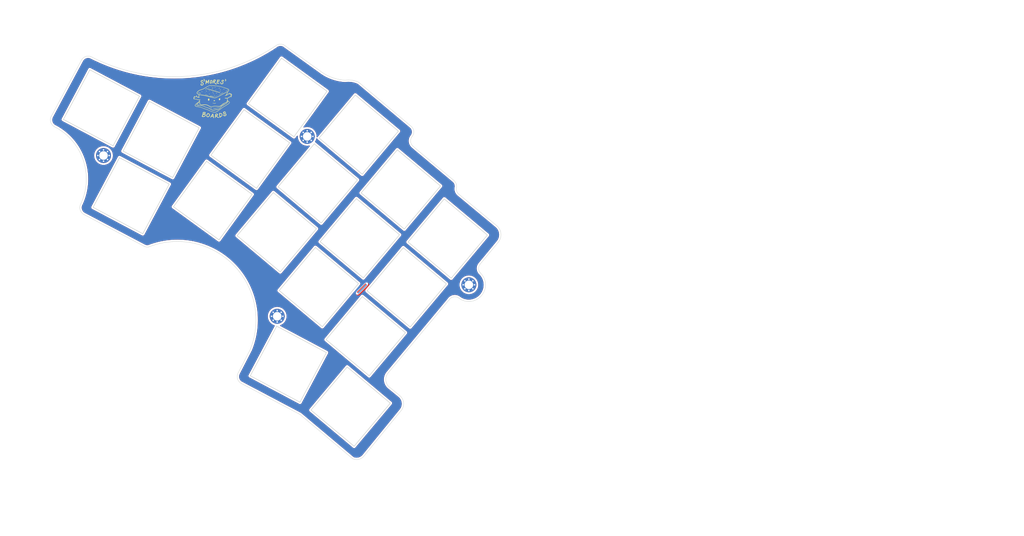
<source format=kicad_pcb>
(kicad_pcb (version 20211014) (generator pcbnew)
  (layers (0 "F.Cu" signal) (31 "B.Cu" signal) (34 "B.Paste" user) (35 "F.Paste" user) (36 "B.SilkS" user "B.Silkscreen") (37 "F.SilkS" user "F.Silkscreen") (38 "B.Mask" user) (39 "F.Mask" user) (44 "Edge.Cuts" user))
  (net 0 "")
  (net 1 "gnd")
  (footprint "footprints:switch-cutout" (layer "F.Cu") (at 46.964778 63.229115 -28)
    (fp_text reference "SW21" hide)
    (fp_text value "SW_Push" hide)
    (fp_line (start -7.5 7.5) (end -7.5 -7.5) (layer "Edge.Cuts") (width 0.15))
    (fp_line (start 7.5 7.5) (end -7.5 7.5) (layer "Edge.Cuts") (width 0.15))
    (fp_line (start -7.5 -7.5) (end 7.5 -7.5) (layer "Edge.Cuts") (width 0.15))
    (fp_line (start 7.5 -7.5) (end 7.5 7.5) (layer "Edge.Cuts") (width 0.15))
  )
  (footprint "footprints:switch-cutout" (layer "F.Cu") (at 39.052737 39.768519 -28)
    (fp_text reference "SW1" hide)
    (fp_text value "SW_Push" hide)
    (fp_line (start 7.5 7.5) (end -7.5 7.5) (layer "Edge.Cuts") (width 0.15))
    (fp_line (start -7.5 7.5) (end -7.5 -7.5) (layer "Edge.Cuts") (width 0.15))
    (fp_line (start 7.5 -7.5) (end 7.5 7.5) (layer "Edge.Cuts") (width 0.15))
    (fp_line (start -7.5 -7.5) (end 7.5 -7.5) (layer "Edge.Cuts") (width 0.15))
  )
  (footprint "footprints:m2-hole" (layer "F.Cu") (at 85.9 95.4)
    (fp_text reference "Ref**" hide)
    (fp_text value "Val**" hide)
    (pad "1" thru_hole circle (at 0 -1.5) (size 0.5 0.5) (drill 0.4) (layers *.Cu *.Mask))
    (pad "1" thru_hole circle (at -1.06 -1.06) (size 0.5 0.5) (drill 0.4) (layers *.Cu *.Mask))
    (pad "1" thru_hole circle (at 0 1.5) (size 0.5 0.5) (drill 0.4) (layers *.Cu *.Mask))
    (pad "1" thru_hole circle (at -1.06 1.06) (size 0.5 0.5) (drill 0.4) (layers *.Cu *.Mask))
    (pad "1" thru_hole circle (at -1.5 0) (size 0.5 0.5) (drill 0.4) (layers *.Cu *.Mask))
    (pad "1" thru_hole circle (at 1.5 0) (size 0.5 0.5) (drill 0.4) (layers *.Cu *.Mask))
    (pad "1" thru_hole circle (at 1.06 1.06) (size 0.5 0.5) (drill 0.4) (layers *.Cu *.Mask))
    (pad "1" thru_hole circle (at 0 0) (size 4 4) (drill 2.3) (layers *.Cu *.Mask))
    (pad "1" thru_hole circle (at 1.06 -1.06) (size 0.5 0.5) (drill 0.4) (layers *.Cu *.Mask))
  )
  (footprint "footprints:switch-cutout" (layer "F.Cu") (at 105.479046 119.508156 -40)
    (fp_text reference "SW32" hide)
    (fp_text value "SW_Push" hide)
    (fp_line (start -7.5 -7.5) (end 7.5 -7.5) (layer "Edge.Cuts") (width 0.15))
    (fp_line (start 7.5 7.5) (end -7.5 7.5) (layer "Edge.Cuts") (width 0.15))
    (fp_line (start -7.5 7.5) (end -7.5 -7.5) (layer "Edge.Cuts") (width 0.15))
    (fp_line (start 7.5 -7.5) (end 7.5 7.5) (layer "Edge.Cuts") (width 0.15))
  )
  (footprint "footprints:switch-cutout" (layer "F.Cu") (at 120.439424 87.677556 -40)
    (fp_text reference "SW15" hide)
    (fp_text value "SW_Push" hide)
    (fp_line (start 7.5 -7.5) (end 7.5 7.5) (layer "Edge.Cuts") (width 0.15))
    (fp_line (start 7.5 7.5) (end -7.5 7.5) (layer "Edge.Cuts") (width 0.15))
    (fp_line (start -7.5 7.5) (end -7.5 -7.5) (layer "Edge.Cuts") (width 0.15))
    (fp_line (start -7.5 -7.5) (end 7.5 -7.5) (layer "Edge.Cuts") (width 0.15))
  )
  (footprint "footprints:switch-cutout" (layer "F.Cu") (at 54.945794 48.219005 -28)
    (fp_text reference "SW11" hide)
    (fp_text value "SW_Push" hide)
    (fp_line (start -7.5 -7.5) (end 7.5 -7.5) (layer "Edge.Cuts") (width 0.15))
    (fp_line (start 7.5 -7.5) (end 7.5 7.5) (layer "Edge.Cuts") (width 0.15))
    (fp_line (start -7.5 7.5) (end -7.5 -7.5) (layer "Edge.Cuts") (width 0.15))
    (fp_line (start 7.5 7.5) (end -7.5 7.5) (layer "Edge.Cuts") (width 0.15))
  )
  (footprint "footprints:m2-hole" (layer "F.Cu") (at 137 87)
    (fp_text reference "Ref**" hide)
    (fp_text value "Val**" hide)
    (pad "1" thru_hole circle (at 1.06 -1.06) (size 0.5 0.5) (drill 0.4) (layers *.Cu *.Mask))
    (pad "1" thru_hole circle (at -1.5 0) (size 0.5 0.5) (drill 0.4) (layers *.Cu *.Mask))
    (pad "1" thru_hole circle (at 1.5 0) (size 0.5 0.5) (drill 0.4) (layers *.Cu *.Mask))
    (pad "1" thru_hole circle (at 0 1.5) (size 0.5 0.5) (drill 0.4) (layers *.Cu *.Mask))
    (pad "1" thru_hole circle (at -1.06 1.06) (size 0.5 0.5) (drill 0.4) (layers *.Cu *.Mask))
    (pad "1" thru_hole circle (at 0 0) (size 4 4) (drill 2.3) (layers *.Cu *.Mask))
    (pad "1" thru_hole circle (at 0 -1.5) (size 0.5 0.5) (drill 0.4) (layers *.Cu *.Mask))
    (pad "1" thru_hole circle (at 1.06 1.06) (size 0.5 0.5) (drill 0.4) (layers *.Cu *.Mask))
    (pad "1" thru_hole circle (at -1.06 -1.06) (size 0.5 0.5) (drill 0.4) (layers *.Cu *.Mask))
  )
  (footprint "footprints:switch-cutout" (layer "F.Cu") (at 78.719144 50.766031 -36)
    (fp_text reference "SW12" hide)
    (fp_text value "SW_Push" hide)
    (fp_line (start -7.5 -7.5) (end 7.5 -7.5) (layer "Edge.Cuts") (width 0.15))
    (fp_line (start 7.5 -7.5) (end 7.5 7.5) (layer "Edge.Cuts") (width 0.15))
    (fp_line (start -7.5 7.5) (end -7.5 -7.5) (layer "Edge.Cuts") (width 0.15))
    (fp_line (start 7.5 7.5) (end -7.5 7.5) (layer "Edge.Cuts") (width 0.15))
  )
  (footprint "footprints:switch-cutout" (layer "F.Cu") (at 85.791161 72.963691 -40)
    (fp_text reference "SW23" hide)
    (fp_text value "SW_Push" hide)
    (fp_line (start -7.5 -7.5) (end 7.5 -7.5) (layer "Edge.Cuts") (width 0.15))
    (fp_line (start 7.5 -7.5) (end 7.5 7.5) (layer "Edge.Cuts") (width 0.15))
    (fp_line (start 7.5 7.5) (end -7.5 7.5) (layer "Edge.Cuts") (width 0.15))
    (fp_line (start -7.5 7.5) (end -7.5 -7.5) (layer "Edge.Cuts") (width 0.15))
  )
  (footprint "footprints:switch-cutout" (layer "F.Cu") (at 109.512035 100.700312 -40)
    (fp_text reference "SW25" hide)
    (fp_text value "SW_Push" hide)
    (fp_line (start 7.5 -7.5) (end 7.5 7.5) (layer "Edge.Cuts") (width 0.15))
    (fp_line (start -7.5 7.5) (end -7.5 -7.5) (layer "Edge.Cuts") (width 0.15))
    (fp_line (start 7.5 7.5) (end -7.5 7.5) (layer "Edge.Cuts") (width 0.15))
    (fp_line (start -7.5 -7.5) (end 7.5 -7.5) (layer "Edge.Cuts") (width 0.15))
  )
  (footprint "footprints:switch-cutout" (layer "F.Cu") (at 68.726794 64.51932 -36)
    (fp_text reference "SW22" hide)
    (fp_text value "SW_Push" hide)
    (fp_line (start -7.5 -7.5) (end 7.5 -7.5) (layer "Edge.Cuts") (width 0.15))
    (fp_line (start -7.5 7.5) (end -7.5 -7.5) (layer "Edge.Cuts") (width 0.15))
    (fp_line (start 7.5 7.5) (end -7.5 7.5) (layer "Edge.Cuts") (width 0.15))
    (fp_line (start 7.5 -7.5) (end 7.5 7.5) (layer "Edge.Cuts") (width 0.15))
  )
  (footprint "footprints:switch-cutout" (layer "F.Cu") (at 131.366814 74.654801 -40)
    (fp_text reference "SW5" hide)
    (fp_text value "SW_Push" hide)
    (fp_line (start 7.5 7.5) (end -7.5 7.5) (layer "Edge.Cuts") (width 0.15))
    (fp_line (start -7.5 7.5) (end -7.5 -7.5) (layer "Edge.Cuts") (width 0.15))
    (fp_line (start 7.5 -7.5) (end 7.5 7.5) (layer "Edge.Cuts") (width 0.15))
    (fp_line (start -7.5 -7.5) (end 7.5 -7.5) (layer "Edge.Cuts") (width 0.15))
  )
  (footprint "footprints:m2-hole" (layer "F.Cu") (at 93.9 47.4)
    (fp_text reference "Ref**" hide)
    (fp_text value "Val**" hide)
    (pad "1" thru_hole circle (at 1.06 1.06) (size 0.5 0.5) (drill 0.4) (layers *.Cu *.Mask))
    (pad "1" thru_hole circle (at -1.5 0) (size 0.5 0.5) (drill 0.4) (layers *.Cu *.Mask))
    (pad "1" thru_hole circle (at 1.5 0) (size 0.5 0.5) (drill 0.4) (layers *.Cu *.Mask))
    (pad "1" thru_hole circle (at 1.06 -1.06) (size 0.5 0.5) (drill 0.4) (layers *.Cu *.Mask))
    (pad "1" thru_hole circle (at -1.06 1.06) (size 0.5 0.5) (drill 0.4) (layers *.Cu *.Mask))
    (pad "1" thru_hole circle (at 0 -1.5) (size 0.5 0.5) (drill 0.4) (layers *.Cu *.Mask))
    (pad "1" thru_hole circle (at 0 0) (size 4 4) (drill 2.3) (layers *.Cu *.Mask))
    (pad "1" thru_hole circle (at -1.06 -1.06) (size 0.5 0.5) (drill 0.4) (layers *.Cu *.Mask))
    (pad "1" thru_hole circle (at 0 1.5) (size 0.5 0.5) (drill 0.4) (layers *.Cu *.Mask))
  )
  (footprint "art:smores" (layer "F.Cu") (at 68.5 37.7)
    (fp_text reference "G***" hide)
    (fp_text value "LOGO" hide)
  )
  (footprint "footprints:switch-cutout" (layer "F.Cu") (at 88.711492 37.012742 -36)
    (fp_text reference "SW2" hide)
    (fp_text value "SW_Push" hide)
    (fp_line (start 7.5 -7.5) (end 7.5 7.5) (layer "Edge.Cuts") (width 0.15))
    (fp_line (start -7.5 -7.5) (end 7.5 -7.5) (layer "Edge.Cuts") (width 0.15))
    (fp_line (start 7.5 7.5) (end -7.5 7.5) (layer "Edge.Cuts") (width 0.15))
    (fp_line (start -7.5 7.5) (end -7.5 -7.5) (layer "Edge.Cuts") (width 0.15))
  )
  (footprint "footprints:switch-cutout" (layer "F.Cu") (at 88.872581 108.184492 -28)
    (fp_text reference "SW31" hide)
    (fp_text value "SW_Push" hide)
    (fp_line (start -7.5 -7.5) (end 7.5 -7.5) (layer "Edge.Cuts") (width 0.15))
    (fp_line (start 7.5 -7.5) (end 7.5 7.5) (layer "Edge.Cuts") (width 0.15))
    (fp_line (start 7.5 7.5) (end -7.5 7.5) (layer "Edge.Cuts") (width 0.15))
    (fp_line (start -7.5 7.5) (end -7.5 -7.5) (layer "Edge.Cuts") (width 0.15))
  )
  (footprint "footprints:switch-cutout" (layer "F.Cu") (at 107.9362 74.57529 -40)
    (fp_text reference "SW14" hide)
    (fp_text value "SW_Push" hide)
    (fp_line (start 7.5 7.5) (end -7.5 7.5) (layer "Edge.Cuts") (width 0.15))
    (fp_line (start -7.5 -7.5) (end 7.5 -7.5) (layer "Edge.Cuts") (width 0.15))
    (fp_line (start -7.5 7.5) (end -7.5 -7.5) (layer "Edge.Cuts") (width 0.15))
    (fp_line (start 7.5 -7.5) (end 7.5 7.5) (layer "Edge.Cuts") (width 0.15))
  )
  (footprint "footprints:switch-cutout" (layer "F.Cu") (at 107.645939 46.91818 -40)
    (fp_text reference "SW3" hide)
    (fp_text value "SW_Push" hide)
    (fp_line (start -7.5 7.5) (end -7.5 -7.5) (layer "Edge.Cuts") (width 0.15))
    (fp_line (start 7.5 7.5) (end -7.5 7.5) (layer "Edge.Cuts") (width 0.15))
    (fp_line (start -7.5 -7.5) (end 7.5 -7.5) (layer "Edge.Cuts") (width 0.15))
    (fp_line (start 7.5 -7.5) (end 7.5 7.5) (layer "Edge.Cuts") (width 0.15))
  )
  (footprint "footprints:switch-cutout" (layer "F.Cu") (at 96.71855 59.940936 -40)
    (fp_text reference "SW13" hide)
    (fp_text value "SW_Push" hide)
    (fp_line (start 7.5 7.5) (end -7.5 7.5) (layer "Edge.Cuts") (width 0.15))
    (fp_line (start -7.5 -7.5) (end 7.5 -7.5) (layer "Edge.Cuts") (width 0.15))
    (fp_line (start 7.5 -7.5) (end 7.5 7.5) (layer "Edge.Cuts") (width 0.15))
    (fp_line (start -7.5 7.5) (end -7.5 -7.5) (layer "Edge.Cuts") (width 0.15))
  )
  (footprint "footprints:m2-hole" (layer "F.Cu") (at 39.6 52.5)
    (fp_text reference "Ref**" hide)
    (fp_text value "Val**" hide)
    (pad "1" thru_hole circle (at -1.5 0) (size 0.5 0.5) (drill 0.4) (layers *.Cu *.Mask))
    (pad "1" thru_hole circle (at -1.06 1.06) (size 0.5 0.5) (drill 0.4) (layers *.Cu *.Mask))
    (pad "1" thru_hole circle (at 0 0) (size 4 4) (drill 2.3) (layers *.Cu *.Mask))
    (pad "1" thru_hole circle (at 1.06 -1.06) (size 0.5 0.5) (drill 0.4) (layers *.Cu *.Mask))
    (pad "1" thru_hole circle (at 0 1.5) (size 0.5 0.5) (drill 0.4) (layers *.Cu *.Mask))
    (pad "1" thru_hole circle (at 0 -1.5) (size 0.5 0.5) (drill 0.4) (layers *.Cu *.Mask))
    (pad "1" thru_hole circle (at 1.5 0) (size 0.5 0.5) (drill 0.4) (layers *.Cu *.Mask))
    (pad "1" thru_hole circle (at 1.06 1.06) (size 0.5 0.5) (drill 0.4) (layers *.Cu *.Mask))
    (pad "1" thru_hole circle (at -1.06 -1.06) (size 0.5 0.5) (drill 0.4) (layers *.Cu *.Mask))
  )
  (footprint "footprints:switch-cutout" (layer "F.Cu") (at 118.863589 61.552535 -40)
    (fp_text reference "SW4" hide)
    (fp_text value "SW_Push" hide)
    (fp_line (start -7.5 7.5) (end -7.5 -7.5) (layer "Edge.Cuts") (width 0.15))
    (fp_line (start -7.5 -7.5) (end 7.5 -7.5) (layer "Edge.Cuts") (width 0.15))
    (fp_line (start 7.5 -7.5) (end 7.5 7.5) (layer "Edge.Cuts") (width 0.15))
    (fp_line (start 7.5 7.5) (end -7.5 7.5) (layer "Edge.Cuts") (width 0.15))
  )
  (footprint "footprints:switch-cutout" (layer "F.Cu") (at 97.00881 87.598046 -40)
    (fp_text reference "SW24" hide)
    (fp_text value "SW_Push" hide)
    (fp_line (start -7.5 -7.5) (end 7.5 -7.5) (layer "Edge.Cuts") (width 0.15))
    (fp_line (start -7.5 7.5) (end -7.5 -7.5) (layer "Edge.Cuts") (width 0.15))
    (fp_line (start 7.5 7.5) (end -7.5 7.5) (layer "Edge.Cuts") (width 0.15))
    (fp_line (start 7.5 -7.5) (end 7.5 7.5) (layer "Edge.Cuts") (width 0.15))
  )
  (gr_arc (start 85.4 23.3) (mid 61.180688 31.389227) (end 36.2 26.100001) (layer "Edge.Cuts") (width 0.1))
  (gr_arc (start 85.4 23.3) (mid 86.504141 22.798474) (end 87.7 23) (layer "Edge.Cuts") (width 0.1))
  (gr_line (start 106 133.4) (end 92.1 121.7) (layer "Edge.Cuts") (width 0.1))
  (gr_arc (start 118.5 116.5) (mid 119.578427 118.396447) (end 119 120.5) (layer "Edge.Cuts") (width 0.1))
  (gr_line (start 91.8 121.5) (end 76.379131 113.341738) (layer "Edge.Cuts") (width 0.1))
  (gr_arc (start 76.379131 113.341738) (mid 75.332858 112.108563) (end 75.5 110.5) (layer "Edge.Cuts") (width 0.1))
  (gr_line (start 50.4 76.7) (end 34.33044 68.218252) (layer "Edge.Cuts") (width 0.1))
  (gr_line (start 109 132.75) (end 119 120.5) (layer "Edge.Cuts") (width 0.1))
  (gr_arc (start 104 32.4) (mid 100.866081 31.801756) (end 98 30.399999) (layer "Edge.Cuts") (width 0.1))
  (gr_arc (start 115.75 114.25) (mid 114.847191 112.40823) (end 115.524669 110.472202) (layer "Edge.Cuts") (width 0.1))
  (gr_line (start 25.7 42) (end 33.747646 26.985479) (layer "Edge.Cuts") (width 0.1))
  (gr_line (start 75.5 110.5) (end 78.7 104.3) (layer "Edge.Cuts") (width 0.1))
  (gr_arc (start 140 83.75) (mid 139.586081 82.625) (end 140 81.5) (layer "Edge.Cuts") (width 0.1))
  (gr_arc (start 134.375749 62.861527) (mid 133.766757 62.029181) (end 133.7 61) (layer "Edge.Cuts") (width 0.1))
  (gr_arc (start 132.975295 59.130407) (mid 133.585665 59.969065) (end 133.7 61) (layer "Edge.Cuts") (width 0.1))
  (gr_arc (start 122.108942 50.007614) (mid 121.461983 48.747276) (end 121.900001 47.400001) (layer "Edge.Cuts") (width 0.1))
  (gr_arc (start 26.513983 44.807698) (mid 34.15735 53.63599) (end 33.6 65.3) (layer "Edge.Cuts") (width 0.1))
  (gr_arc (start 131.750001 91) (mid 133.037872 90.207236) (end 134.478311 90.667912) (layer "Edge.Cuts") (width 0.1))
  (gr_line (start 98 30.399999) (end 87.7 23) (layer "Edge.Cuts") (width 0.1))
  (gr_arc (start 104 32.4) (mid 105.895781 32.41768) (end 107.7 33.000001) (layer "Edge.Cuts") (width 0.1))
  (gr_arc (start 33.747646 26.985479) (mid 34.812334 26.095505) (end 36.2 26.100001) (layer "Edge.Cuts") (width 0.1))
  (gr_line (start 118.5 116.5) (end 115.75 114.25) (layer "Edge.Cuts") (width 0.1))
  (gr_line (start 115.524669 110.472202) (end 131.750001 91) (layer "Edge.Cuts") (width 0.1))
  (gr_arc (start 121.527881 44.621296) (mid 122.282304 45.934534) (end 121.9 47.4) (layer "Edge.Cuts") (width 0.1))
  (gr_arc (start 51.676556 76.876918) (mid 74.216907 81.691405) (end 78.7 104.3) (layer "Edge.Cuts") (width 0.1))
  (gr_arc (start 144.4 71.2) (mid 145.548892 73.400085) (end 144.75 75.75) (layer "Edge.Cuts") (width 0.1))
  (gr_arc (start 51.676556 76.876918) (mid 51.02373 76.893419) (end 50.4 76.7) (layer "Edge.Cuts") (width 0.1))
  (gr_arc (start 109 132.75) (mid 107.607483 133.571078) (end 106 133.4) (layer "Edge.Cuts") (width 0.1))
  (gr_line (start 144.4 71.2) (end 134.375749 62.861527) (layer "Edge.Cuts") (width 0.1))
  (gr_line (start 140 81.5) (end 144.75 75.75) (layer "Edge.Cuts") (width 0.1))
  (gr_arc (start 140 83.75) (mid 140.459045 89.778984) (end 134.478311 90.667912) (layer "Edge.Cuts") (width 0.1))
  (gr_arc (start 34.33044 68.218252) (mid 33.353587 66.912205) (end 33.6 65.3) (layer "Edge.Cuts") (width 0.1))
  (gr_line (start 122.9 50.7) (end 132.975295 59.130407) (layer "Edge.Cuts") (width 0.1))
  (gr_arc (start 91.8 121.5) (mid 91.954339 121.593491) (end 92.1 121.7) (layer "Edge.Cuts") (width 0.1))
  (gr_line (start 107.7 33) (end 121.527881 44.621296) (layer "Edge.Cuts") (width 0.1))
  (gr_arc (start 26.513983 44.807698) (mid 25.522268 43.573353) (end 25.7 42) (layer "Edge.Cuts") (width 0.1))
  (gr_line (start 122.9 50.7) (end 122.108942 50.007614) (layer "Edge.Cuts") (width 0.1))
  (segment (start 109.5 86.75) (end 107.25 89) (width 0.25) (layer "F.Cu") (net 0))
  (segment (start 107.5 89.25) (end 109.75 87) (width 0.25) (layer "B.Cu") (net 0))
  (zone (net 1) (net_name "gnd") (layer "F.Cu") (connect_pads (clearance 0.508)) (min_thickness 0.254) (fill yes (thermal_gap 0.508) (thermal_bridge_width 0.508) (island_removal_mode 2) (island_area_min 1))
    (polygon (pts (xy 284 154) (xy 13 154) (xy 12 12) (xy 284 12)))
  )
  (zone (net 1) (net_name "gnd") (layer "B.Cu") (connect_pads (clearance 0.508)) (min_thickness 0.254) (fill yes (thermal_gap 0.508) (thermal_bridge_width 0.508) (island_removal_mode 2) (island_area_min 1))
    (polygon (pts (xy 285 153) (xy 14 153) (xy 13 11) (xy 285 11)))
  )
)
</source>
